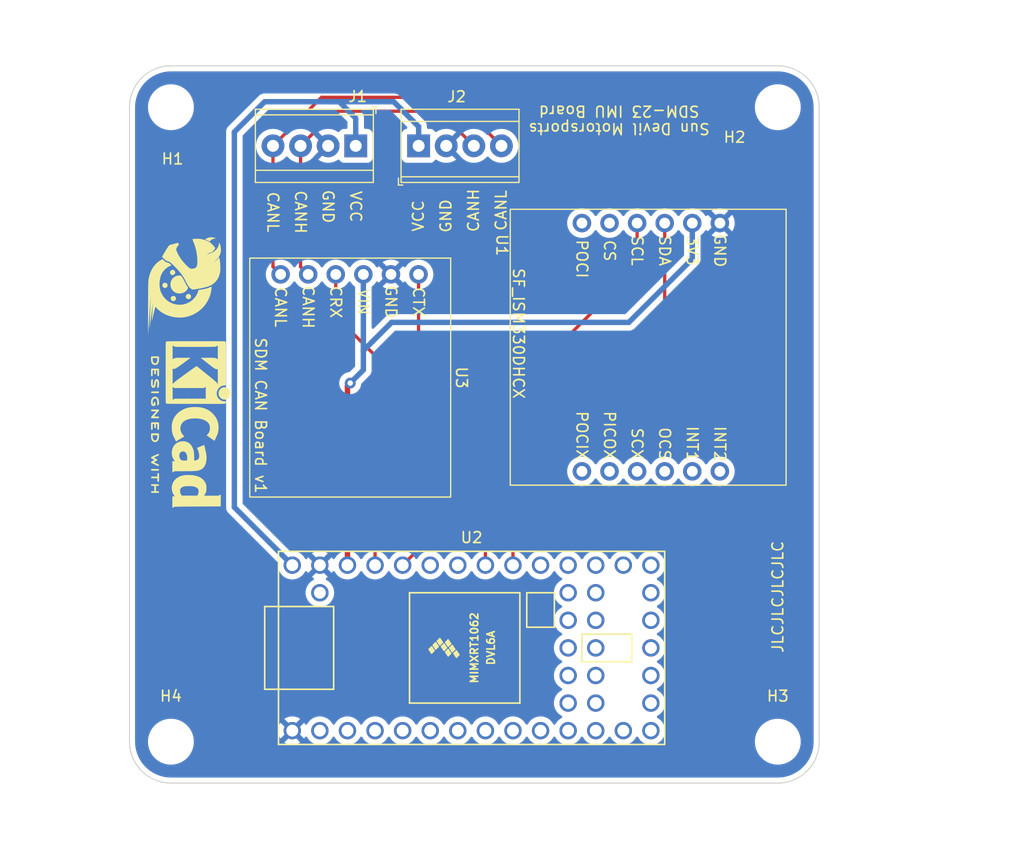
<source format=kicad_pcb>
(kicad_pcb (version 20221018) (generator pcbnew)
  (title_block (title "SDM-23 IMU Board") (date "2023-01-26") (rev "v1") (company "Sun Devil Motorsports"))
  (layers (0 "F.Cu" signal) (31 "B.Cu" signal) (34 "B.Paste" user) (35 "F.Paste" user) (36 "B.SilkS" user "B.Silkscreen") (37 "F.SilkS" user "F.Silkscreen") (38 "B.Mask" user) (39 "F.Mask" user) (44 "Edge.Cuts" user))
  (net 0 "")
  (net 1 "VCC")
  (net 2 "GND")
  (net 3 "Net-(J1-Pad3)")
  (net 4 "Net-(J1-Pad4)")
  (net 5 "+3V3")
  (net 6 "Net-(U1-Pad3)")
  (net 7 "Net-(U1-Pad4)")
  (net 50 "Net-(U2-Pad29)")
  (net 51 "Net-(U2-Pad30)")
  (footprint "MountingHole:MountingHole_3.2mm_M3" (layer "F.Cu") (at 101.6 137.16)
    (fp_text reference "H4" (at 0 -4.2) (layer "F.SilkS"))
    (fp_text value "MountingHole")
    (pad "" np_thru_hole circle (at 0 0) (size 3.2 3.2) (drill 3.2) (layers "*.Cu" "*.Mask"))
  )
  (footprint "TerminalBlock_TE-Connectivity:TerminalBlock_TE_282834-4_1x04_P2.54mm_Horizontal" (layer "F.Cu") (at 118.618 82.296 180)
    (fp_text reference "J1" (at -0.182 4.546) (layer "F.SilkS"))
    (fp_text value "CANConnection")
    (pad "1" thru_hole rect (at 0 0 180) (size 2.1 2.1) (drill 1.1) (layers "*.Cu" "*.Mask") (net 1 "VCC"))
    (pad "2" thru_hole circle (at 2.54 0 180) (size 2.1 2.1) (drill 1.1) (layers "*.Cu" "*.Mask") (net 2 "GND"))
    (pad "3" thru_hole circle (at 5.08 0 180) (size 2.1 2.1) (drill 1.1) (layers "*.Cu" "*.Mask") (net 3 "Net-(J1-Pad3)"))
    (pad "4" thru_hole circle (at 7.62 0 180) (size 2.1 2.1) (drill 1.1) (layers "*.Cu" "*.Mask") (net 4 "Net-(J1-Pad4)"))
  )
  (footprint "SDM:SF_ISM330DHCX" (layer "F.Cu") (at 157.226 94.488 -90)
    (fp_text reference "U1" (at -3.048 25.146 -90 unlocked) (layer "F.SilkS"))
    (fp_text value "SF_ISM330DHCX")
    (fp_text user "SDA" (at -2.54 10.16 -90 unlocked) (layer "F.SilkS"))
    (fp_text user "PICOX" (at 14.478 15.24 -90 unlocked) (layer "F.SilkS"))
    (fp_text user "SCX" (at 15.24 12.7 -90 unlocked) (layer "F.SilkS"))
    (fp_text user "SF_ISM330DHCX" (at 5.08 23.622 -90 unlocked) (layer "F.SilkS"))
    (fp_text user "SCL" (at -2.54 12.7 -90 unlocked) (layer "F.SilkS"))
    (fp_text user "CS" (at -2.54 15.24 -90 unlocked) (layer "F.SilkS"))
    (fp_text user "GND" (at -2.54 5.08 -90 unlocked) (layer "F.SilkS"))
    (fp_text user "POCIX" (at 14.478 17.78 -90 unlocked) (layer "F.SilkS"))
    (fp_text user "INT1" (at 15.24 7.62 -90 unlocked) (layer "F.SilkS"))
    (fp_text user "OCS" (at 15.24 10.16 -90 unlocked) (layer "F.SilkS"))
    (fp_text user "3V3" (at -2.54 7.62 -90 unlocked) (layer "F.SilkS"))
    (fp_text user "POCI" (at -1.778 17.78 -90 unlocked) (layer "F.SilkS"))
    (fp_text user "INT2" (at 15.24 5.08 -90 unlocked) (layer "F.SilkS"))
    (pad "1" thru_hole circle (at -5.08 5.08 270) (size 1.7 1.7) (drill 1) (layers "*.Cu" "*.Mask") (net 2 "GND"))
    (pad "2" thru_hole circle (at -5.08 7.62 270) (size 1.7 1.7) (drill 1) (layers "*.Cu" "*.Mask") (net 5 "+3V3"))
    (pad "3" thru_hole circle (at -5.08 10.16 270) (size 1.7 1.7) (drill 1) (layers "*.Cu" "*.Mask") (net 6 "Net-(U1-Pad3)"))
    (pad "4" thru_hole circle (at -5.08 12.7 270) (size 1.7 1.7) (drill 1) (layers "*.Cu" "*.Mask") (net 7 "Net-(U1-Pad4)"))
    (pad "5" thru_hole circle (at -5.08 15.24 270) (size 1.7 1.7) (drill 1) (layers "*.Cu" "*.Mask"))
    (pad "6" thru_hole circle (at -5.08 17.78 270) (size 1.7 1.7) (drill 1) (layers "*.Cu" "*.Mask"))
    (pad "7" thru_hole circle (at 17.78 5.08 270) (size 1.7 1.7) (drill 1) (layers "*.Cu" "*.Mask"))
    (pad "8" thru_hole circle (at 17.78 7.62 270) (size 1.7 1.7) (drill 1) (layers "*.Cu" "*.Mask"))
    (pad "9" thru_hole circle (at 17.78 10.16 270) (size 1.7 1.7) (drill 1) (layers "*.Cu" "*.Mask"))
    (pad "10" thru_hole circle (at 17.78 12.7 270) (size 1.7 1.7) (drill 1) (layers "*.Cu" "*.Mask"))
    (pad "11" thru_hole circle (at 17.78 15.24 270) (size 1.7 1.7) (drill 1) (layers "*.Cu" "*.Mask"))
    (pad "12" thru_hole circle (at 17.78 17.78 270) (size 1.7 1.7) (drill 1) (layers "*.Cu" "*.Mask"))
  )
  (footprint "SDM:Logo" (layer "F.Cu") (at 102.87 95.25 -90)
    (fp_text reference "G***" hide)
    (fp_text value "LOGO" hide)
  )
  (footprint "MountingHole:MountingHole_3.2mm_M3" (layer "F.Cu") (at 101.6 78.74)
    (fp_text reference "H1" (at 0.15 4.76) (layer "F.SilkS"))
    (fp_text value "MountingHole")
    (pad "" np_thru_hole circle (at 0 0) (size 3.2 3.2) (drill 3.2) (layers "*.Cu" "*.Mask"))
  )
  (footprint "SDM:SDM_CANBoard_v1" (layer "F.Cu") (at 126.36 103.632 -90)
    (fp_text reference "U3" (at 0 -2 -90 unlocked) (layer "F.SilkS"))
    (fp_text value "SN65HVD230_CAN_Transceiver")
    (fp_text user "CANL" (at -6.5 14.66 -90 unlocked) (layer "F.SilkS"))
    (fp_text user "VIN" (at -6.96 7.04 -90 unlocked) (layer "F.SilkS"))
    (fp_text user "CTX" (at -6.96 1.96 -90 unlocked) (layer "F.SilkS"))
    (fp_text user "CANH" (at -6.5 12.12 -90 unlocked) (layer "F.SilkS"))
    (fp_text user "SDM CAN Board v1" (at 3.5 16.5 -90 unlocked) (layer "F.SilkS"))
    (fp_text user "GND" (at -6.96 4.5 -90 unlocked) (layer "F.SilkS"))
    (fp_text user "CRX" (at -6.96 9.58 -90 unlocked) (layer "F.SilkS"))
    (pad "1" thru_hole circle (at -9.5 1.96 270) (size 1.7 1.7) (drill 1) (layers "*.Cu" "*.Mask") (net 50 "Net-(U2-Pad29)"))
    (pad "2" thru_hole circle (at -9.5 4.5 270) (size 1.7 1.7) (drill 1) (layers "*.Cu" "*.Mask") (net 2 "GND"))
    (pad "3" thru_hole circle (at -9.5 7.04 270) (size 1.7 1.7) (drill 1) (layers "*.Cu" "*.Mask") (net 5 "+3V3"))
    (pad "4" thru_hole circle (at -9.5 9.58 270) (size 1.7 1.7) (drill 1) (layers "*.Cu" "*.Mask") (net 51 "Net-(U2-Pad30)"))
    (pad "5" thru_hole circle (at -9.5 12.12 270) (size 1.7 1.7) (drill 1) (layers "*.Cu" "*.Mask") (net 3 "Net-(J1-Pad3)"))
    (pad "6" thru_hole circle (at -9.5 14.66 270) (size 1.7 1.7) (drill 1) (layers "*.Cu" "*.Mask") (net 4 "Net-(J1-Pad4)"))
  )
  (footprint "MountingHole:MountingHole_3.2mm_M3" (layer "F.Cu") (at 157.48 78.74)
    (fp_text reference "H2" (at -3.98 2.76) (layer "F.SilkS"))
    (fp_text value "MountingHole")
    (pad "" np_thru_hole circle (at 0 0) (size 3.2 3.2) (drill 3.2) (layers "*.Cu" "*.Mask"))
  )
  (footprint "Symbol:KiCad-Logo2_6mm_SilkScreen" (layer "F.Cu") (at 104.14 107.95 -90)
    (fp_text reference "REF**" hide)
    (fp_text value "KiCad-Logo2_6mm_SilkScreen" hide)
  )
  (footprint "MountingHole:MountingHole_3.2mm_M3" (layer "F.Cu") (at 157.48 137.16)
    (fp_text reference "H3" (at 0 -4.2) (layer "F.SilkS"))
    (fp_text value "MountingHole")
    (pad "" np_thru_hole circle (at 0 0) (size 3.2 3.2) (drill 3.2) (layers "*.Cu" "*.Mask"))
  )
  (footprint "Teensy:Teensy40" (layer "F.Cu") (at 129.286 128.524)
    (fp_text reference "U2" (at 0 -10.16) (layer "F.SilkS"))
    (fp_text value "Teensy4.0")
    (fp_text user "MIMXRT1062" (at 0.254 0 90) (layer "F.SilkS") (effects (font (size 0.7 0.7))))
    (fp_text user "DVL6A" (at 1.778 0 90) (layer "F.SilkS") (effects (font (size 0.7 0.7))))
    (pad "1" thru_hole circle (at -16.51 7.62) (size 1.6 1.6) (drill 1.1) (layers "*.Cu" "*.Mask") (net 2 "GND"))
    (pad "2" thru_hole circle (at -13.97 7.62) (size 1.6 1.6) (drill 1.1) (layers "*.Cu" "*.Mask"))
    (pad "3" thru_hole circle (at -11.43 7.62) (size 1.6 1.6) (drill 1.1) (layers "*.Cu" "*.Mask"))
    (pad "4" thru_hole circle (at -8.89 7.62) (size 1.6 1.6) (drill 1.1) (layers "*.Cu" "*.Mask"))
    (pad "5" thru_hole circle (at -6.35 7.62) (size 1.6 1.6) (drill 1.1) (layers "*.Cu" "*.Mask"))
    (pad "6" thru_hole circle (at -3.81 7.62) (size 1.6 1.6) (drill 1.1) (layers "*.Cu" "*.Mask"))
    (pad "7" thru_hole circle (at -1.27 7.62) (size 1.6 1.6) (drill 1.1) (layers "*.Cu" "*.Mask"))
    (pad "8" thru_hole circle (at 1.27 7.62) (size 1.6 1.6) (drill 1.1) (layers "*.Cu" "*.Mask"))
    (pad "9" thru_hole circle (at 3.81 7.62) (size 1.6 1.6) (drill 1.1) (layers "*.Cu" "*.Mask"))
    (pad "10" thru_hole circle (at 6.35 7.62) (size 1.6 1.6) (drill 1.1) (layers "*.Cu" "*.Mask"))
    (pad "11" thru_hole circle (at 8.89 7.62) (size 1.6 1.6) (drill 1.1) (layers "*.Cu" "*.Mask"))
    (pad "12" thru_hole circle (at 11.43 7.62) (size 1.6 1.6) (drill 1.1) (layers "*.Cu" "*.Mask"))
    (pad "13" thru_hole circle (at 13.97 7.62) (size 1.6 1.6) (drill 1.1) (layers "*.Cu" "*.Mask"))
    (pad "14" thru_hole circle (at 16.51 7.62) (size 1.6 1.6) (drill 1.1) (layers "*.Cu" "*.Mask"))
    (pad "15" thru_hole circle (at 16.51 5.08) (size 1.6 1.6) (drill 1.1) (layers "*.Cu" "*.Mask"))
    (pad "16" thru_hole circle (at 16.51 2.54) (size 1.6 1.6) (drill 1.1) (layers "*.Cu" "*.Mask"))
    (pad "17" thru_hole circle (at 16.51 0) (size 1.6 1.6) (drill 1.1) (layers "*.Cu" "*.Mask"))
    (pad "18" thru_hole circle (at 16.51 -2.54) (size 1.6 1.6) (drill 1.1) (layers "*.Cu" "*.Mask"))
    (pad "19" thru_hole circle (at 16.51 -5.08) (size 1.6 1.6) (drill 1.1) (layers "*.Cu" "*.Mask"))
    (pad "20" thru_hole circle (at 16.51 -7.62) (size 1.6 1.6) (drill 1.1) (layers "*.Cu" "*.Mask"))
    (pad "21" thru_hole circle (at 13.97 -7.62) (size 1.6 1.6) (drill 1.1) (layers "*.Cu" "*.Mask"))
    (pad "22" thru_hole circle (at 11.43 -7.62) (size 1.6 1.6) (drill 1.1) (layers "*.Cu" "*.Mask"))
    (pad "23" thru_hole circle (at 8.89 -7.62) (size 1.6 1.6) (drill 1.1) (layers "*.Cu" "*.Mask"))
    (pad "24" thru_hole circle (at 6.35 -7.62) (size 1.6 1.6) (drill 1.1) (layers "*.Cu" "*.Mask"))
    (pad "25" thru_hole circle (at 3.81 -7.62) (size 1.6 1.6) (drill 1.1) (layers "*.Cu" "*.Mask") (net 6 "Net-(U1-Pad3)"))
    (pad "26" thru_hole circle (at 1.27 -7.62) (size 1.6 1.6) (drill 1.1) (layers "*.Cu" "*.Mask") (net 7 "Net-(U1-Pad4)"))
    (pad "27" thru_hole circle (at -1.27 -7.62) (size 1.6 1.6) (drill 1.1) (layers "*.Cu" "*.Mask"))
    (pad "28" thru_hole circle (at -3.81 -7.62) (size 1.6 1.6) (drill 1.1) (layers "*.Cu" "*.Mask"))
    (pad "29" thru_hole circle (at -6.35 -7.62) (size 1.6 1.6) (drill 1.1) (layers "*.Cu" "*.Mask") (net 50 "Net-(U2-Pad29)"))
    (pad "30" thru_hole circle (at -8.89 -7.62) (size 1.6 1.6) (drill 1.1) (layers "*.Cu" "*.Mask") (net 51 "Net-(U2-Pad30)"))
    (pad "31" thru_hole circle (at -11.43 -7.62) (size 1.6 1.6) (drill 1.1) (layers "*.Cu" "*.Mask") (net 5 "+3V3"))
    (pad "32" thru_hole circle (at -13.97 -7.62) (size 1.6 1.6) (drill 1.1) (layers "*.Cu" "*.Mask") (net 2 "GND"))
    (pad "33" thru_hole circle (at -16.51 -7.62) (size 1.6 1.6) (drill 1.1) (layers "*.Cu" "*.Mask") (net 1 "VCC"))
    (pad "34" thru_hole circle (at -13.97 -5.08) (size 1.6 1.6) (drill 1.1) (layers "*.Cu" "*.Mask"))
    (pad "35" thru_hole circle (at 11.43 -5.08) (size 1.6 1.6) (drill 1.1) (layers "*.Cu" "*.Mask"))
    (pad "36" thru_hole circle (at 8.89 -5.08) (size 1.6 1.6) (drill 1.1) (layers "*.Cu" "*.Mask"))
    (pad "37" thru_hole circle (at 11.43 -2.54) (size 1.6 1.6) (drill 1.1) (layers "*.Cu" "*.Mask"))
    (pad "38" thru_hole circle (at 8.89 -2.54) (size 1.6 1.6) (drill 1.1) (layers "*.Cu" "*.Mask"))
    (pad "39" thru_hole circle (at 11.43 0) (size 1.6 1.6) (drill 1.1) (layers "*.Cu" "*.Mask"))
    (pad "40" thru_hole circle (at 8.89 0) (size 1.6 1.6) (drill 1.1) (layers "*.Cu" "*.Mask"))
    (pad "41" thru_hole circle (at 11.43 2.54) (size 1.6 1.6) (drill 1.1) (layers "*.Cu" "*.Mask"))
    (pad "42" thru_hole circle (at 8.89 2.54) (size 1.6 1.6) (drill 1.1) (layers "*.Cu" "*.Mask"))
    (pad "43" thru_hole circle (at 11.43 5.08) (size 1.6 1.6) (drill 1.1) (layers "*.Cu" "*.Mask"))
    (pad "44" thru_hole circle (at 8.89 5.08) (size 1.6 1.6) (drill 1.1) (layers "*.Cu" "*.Mask"))
  )
  (footprint "TerminalBlock_TE-Connectivity:TerminalBlock_TE_282834-4_1x04_P2.54mm_Horizontal" (layer "F.Cu") (at 124.41 82.296)
    (fp_text reference "J2" (at 3.5 -4.526) (layer "F.SilkS"))
    (fp_text value "CANConnection")
    (pad "1" thru_hole rect (at 0 0) (size 2.1 2.1) (drill 1.1) (layers "*.Cu" "*.Mask") (net 1 "VCC"))
    (pad "2" thru_hole circle (at 2.54 0) (size 2.1 2.1) (drill 1.1) (layers "*.Cu" "*.Mask") (net 2 "GND"))
    (pad "3" thru_hole circle (at 5.08 0) (size 2.1 2.1) (drill 1.1) (layers "*.Cu" "*.Mask") (net 3 "Net-(J1-Pad3)"))
    (pad "4" thru_hole circle (at 7.62 0) (size 2.1 2.1) (drill 1.1) (layers "*.Cu" "*.Mask") (net 4 "Net-(J1-Pad4)"))
  )
  (gr_arc (start 157.48 74.93) (mid 160.174077 76.045923) (end 161.29 78.74) (stroke (width 0.1)) (layer "Edge.Cuts"))
  (gr_arc (start 161.29 137.16) (mid 160.174077 139.854077) (end 157.48 140.97) (stroke (width 0.1)) (layer "Edge.Cuts"))
  (gr_line (start 161.29 78.74) (end 161.29 137.16) (stroke (width 0.1)) (layer "Edge.Cuts"))
  (gr_arc (start 101.6 140.97) (mid 98.905923 139.854077) (end 97.79 137.16) (stroke (width 0.1)) (layer "Edge.Cuts"))
  (gr_arc (start 97.79 78.74) (mid 98.905923 76.045923) (end 101.6 74.93) (stroke (width 0.1)) (layer "Edge.Cuts"))
  (gr_line (start 97.79 137.16) (end 97.79 78.74) (stroke (width 0.1)) (layer "Edge.Cuts"))
  (gr_line (start 101.6 74.93) (end 157.48 74.93) (stroke (width 0.1)) (layer "Edge.Cuts"))
  (gr_line (start 157.48 140.97) (end 101.6 140.97) (stroke (width 0.1)) (layer "Edge.Cuts"))
  (gr_text "GND" (at 126.92 88.75 90) (layer "F.SilkS") (effects (font (size 1 1))))
  (gr_text "VCC" (at 124.38 88.75 90) (layer "F.SilkS") (effects (font (size 1 1))))
  (gr_text "GND" (at 116.078 87.884 270) (layer "F.SilkS") (effects (font (size 1 1))))
  (gr_text "CANH" (at 113.538 88.392 270) (layer "F.SilkS") (effects (font (size 1 1))))
  (gr_text "CANL" (at 110.998 88.392 270) (layer "F.SilkS") (effects (font (size 1 1))))
  (gr_text "CANL" (at 132 88.242 90) (layer "F.SilkS") (effects (font (size 1 1))))
  (gr_text "CANH" (at 129.46 88.242 90) (layer "F.SilkS") (effects (font (size 1 1))))
  (gr_text "Sun Devil Motorsports\nSDM-23 IMU Board" (at 142.87 79.91 180) (layer "F.SilkS") (effects (font (size 1 1))))
  (gr_text "VCC" (at 118.618 87.884 270) (layer "F.SilkS") (effects (font (size 1 1))))
  (gr_text "JLCJLCJLCJLC" (at 157.48 123.825 90) (layer "F.SilkS") (effects (font (size 1 1))))
  (segment (start 117.094 78.232) (end 116.328 78.232) (width 0.5) (layer "B.Cu") (net 1))
  (segment (start 116.328 78.232) (end 110.236 78.232) (width 0.5) (layer "B.Cu") (net 1))
  (segment (start 110.236 78.232) (end 107.442 81.026) (width 0.5) (layer "B.Cu") (net 1))
  (segment (start 118.618 82.296) (end 118.618 79.756) (width 0.5) (layer "B.Cu") (net 1))
  (segment (start 122.112 78.232) (end 124.41 80.53) (width 0.5) (layer "B.Cu") (net 1))
  (segment (start 107.442 81.026) (end 107.442 115.57) (width 0.5) (layer "B.Cu") (net 1))
  (segment (start 107.442 115.57) (end 112.776 120.904) (width 0.5) (layer "B.Cu") (net 1))
  (segment (start 124.41 80.53) (end 124.41 82.296) (width 0.5) (layer "B.Cu") (net 1))
  (segment (start 118.618 79.756) (end 117.094 78.232) (width 0.5) (layer "B.Cu") (net 1))
  (segment (start 116.328 78.232) (end 122.112 78.232) (width 0.5) (layer "B.Cu") (net 1))
  (segment (start 113.538 93.43) (end 114.24 94.132) (width 0.3) (layer "F.Cu") (net 3))
  (segment (start 113.538 82.296) (end 113.538 93.43) (width 0.3) (layer "F.Cu") (net 3))
  (segment (start 113.538 82.296) (end 116.724 79.11) (width 0.3) (layer "F.Cu") (net 3))
  (segment (start 126.304 79.11) (end 129.49 82.296) (width 0.3) (layer "F.Cu") (net 3))
  (segment (start 116.724 79.11) (end 126.304 79.11) (width 0.3) (layer "F.Cu") (net 3))
  (segment (start 127.564 77.83) (end 132.03 82.296) (width 0.3) (layer "F.Cu") (net 4))
  (segment (start 110.998 93.43) (end 111.7 94.132) (width 0.3) (layer "F.Cu") (net 4))
  (segment (start 110.998 82.296) (end 115.464 77.83) (width 0.3) (layer "F.Cu") (net 4))
  (segment (start 110.998 82.296) (end 110.998 93.43) (width 0.3) (layer "F.Cu") (net 4))
  (segment (start 115.464 77.83) (end 127.564 77.83) (width 0.3) (layer "F.Cu") (net 4))
  (segment (start 117.856 107.95) (end 117.856 120.904) (width 0.5) (layer "F.Cu") (net 5))
  (segment (start 117.856 107.95) (end 117.856 104.394) (width 0.5) (layer "F.Cu") (net 5))
  (segment (start 117.856 104.394) (end 118.11 104.14) (width 0.5) (layer "F.Cu") (net 5))
  (via (at 118.11 104.14) (size 1) (drill 0.5) (layers "F.Cu" "B.Cu") (net 5))
  (segment (start 119.32 94.132) (end 119.32 101.152) (width 0.5) (layer "B.Cu") (net 5))
  (segment (start 143.764 98.552) (end 121.92 98.552) (width 0.5) (layer "B.Cu") (net 5))
  (segment (start 119.32 102.93) (end 119.32 101.152) (width 0.5) (layer "B.Cu") (net 5))
  (segment (start 149.606 89.408) (end 149.606 92.71) (width 0.5) (layer "B.Cu") (net 5))
  (segment (start 121.92 98.552) (end 119.32 101.152) (width 0.5) (layer "B.Cu") (net 5))
  (segment (start 118.11 104.14) (end 119.32 102.93) (width 0.5) (layer "B.Cu") (net 5))
  (segment (start 149.606 92.71) (end 143.764 98.552) (width 0.5) (layer "B.Cu") (net 5))
  (segment (start 133.096 111.252) (end 133.096 120.904) (width 0.3) (layer "F.Cu") (net 6))
  (segment (start 147.066 97.282) (end 133.096 111.252) (width 0.3) (layer "F.Cu") (net 6))
  (segment (start 147.066 89.408) (end 147.066 97.282) (width 0.3) (layer "F.Cu") (net 6))
  (segment (start 144.526 93.472) (end 144.526 89.408) (width 0.3) (layer "F.Cu") (net 7))
  (segment (start 130.556 120.904) (end 130.556 107.442) (width 0.3) (layer "F.Cu") (net 7))
  (segment (start 130.556 107.442) (end 144.526 93.472) (width 0.3) (layer "F.Cu") (net 7))
  (segment (start 124.4 119.44) (end 122.936 120.904) (width 0.3) (layer "F.Cu") (net 50))
  (segment (start 124.4 94.132) (end 124.4 119.44) (width 0.3) (layer "F.Cu") (net 50))
  (segment (start 116.78 94.132) (end 116.78 97.984) (width 0.3) (layer "F.Cu") (net 51))
  (segment (start 116.78 97.984) (end 120.396 101.6) (width 0.3) (layer "F.Cu") (net 51))
  (segment (start 120.396 101.6) (end 120.396 120.904) (width 0.3) (layer "F.Cu") (net 51))
  (zone (net 2) (net_name "GND") (layer "B.Cu") (connect_pads (clearance 0.508)) (min_thickness 0.254) (fill yes (thermal_gap 0.508) (thermal_bridge_width 0.508))
    (polygon (pts (xy 165.862 144.78) (xy 95.576641 145.111682) (xy 94.560641 72.975682) (xy 166.878 72.644)))
  )
)
</source>
